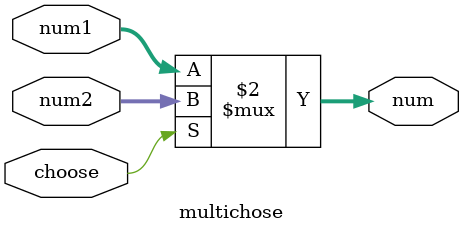
<source format=v>
`timescale 1ns / 1ps


module multichose(
input [31:0]num1,
input [31:0]num2,
input [0:0]choose,
output wire [31:0]num
    );
    assign num = (choose == 0)? num1 : num2;
endmodule
</source>
